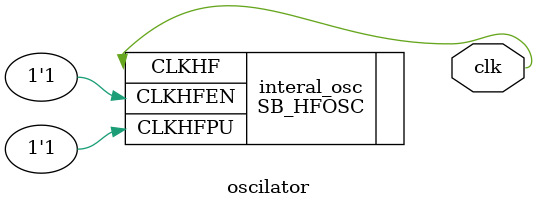
<source format=v>


module oscilator (
    output clk
);

  SB_HFOSC interal_osc (
      .CLKHFPU(1'b1),
      .CLKHFEN(1'b1),
      .CLKHF  (clk)
  );

endmodule

</source>
